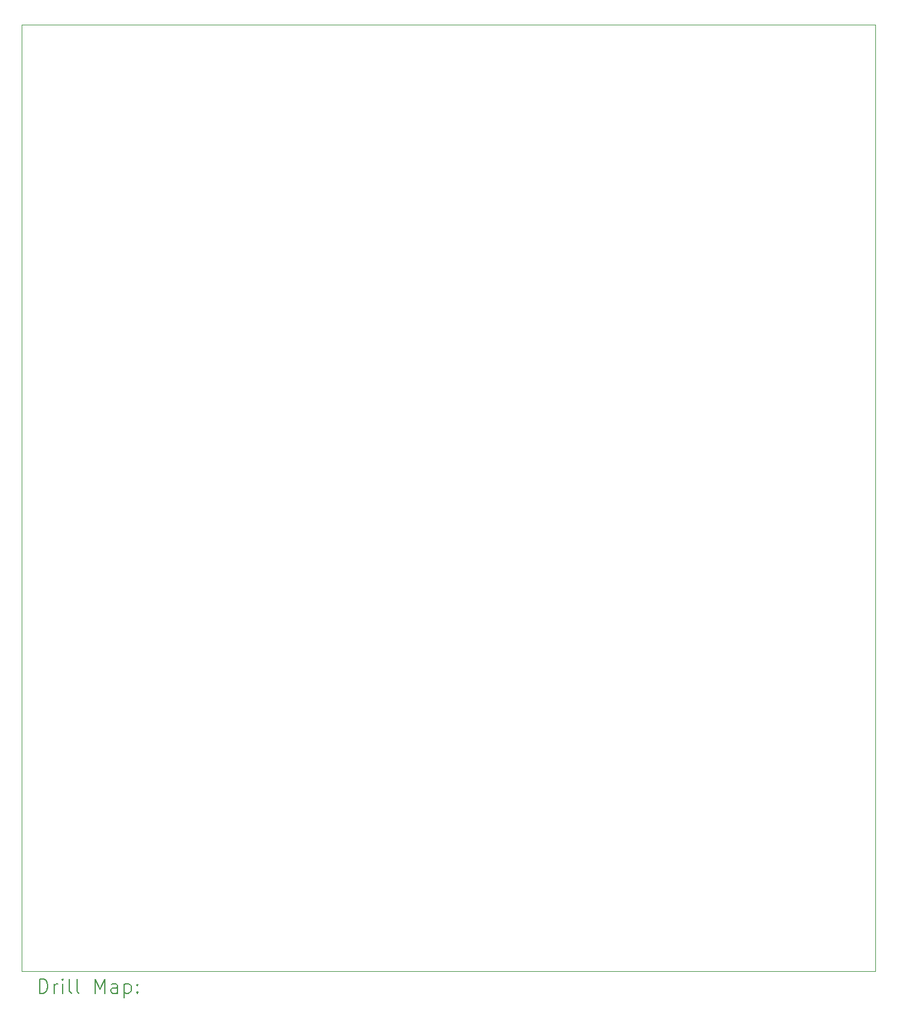
<source format=gbr>
%FSLAX45Y45*%
G04 Gerber Fmt 4.5, Leading zero omitted, Abs format (unit mm)*
G04 Created by KiCad (PCBNEW (6.0.1)) date 2022-02-10 17:32:25*
%MOMM*%
%LPD*%
G01*
G04 APERTURE LIST*
%TA.AperFunction,Profile*%
%ADD10C,0.050000*%
%TD*%
%ADD11C,0.200000*%
G04 APERTURE END LIST*
D10*
X8510000Y-2620000D02*
X8510000Y-15920000D01*
X8510000Y-2620000D02*
X20510000Y-2620000D01*
X20510000Y-2620000D02*
X20510000Y-15920000D01*
X20510000Y-15920000D02*
X8510000Y-15920000D01*
D11*
X8765119Y-16232976D02*
X8765119Y-16032976D01*
X8812738Y-16032976D01*
X8841310Y-16042500D01*
X8860357Y-16061548D01*
X8869881Y-16080595D01*
X8879405Y-16118690D01*
X8879405Y-16147262D01*
X8869881Y-16185357D01*
X8860357Y-16204405D01*
X8841310Y-16223452D01*
X8812738Y-16232976D01*
X8765119Y-16232976D01*
X8965119Y-16232976D02*
X8965119Y-16099643D01*
X8965119Y-16137738D02*
X8974643Y-16118690D01*
X8984167Y-16109167D01*
X9003214Y-16099643D01*
X9022262Y-16099643D01*
X9088929Y-16232976D02*
X9088929Y-16099643D01*
X9088929Y-16032976D02*
X9079405Y-16042500D01*
X9088929Y-16052024D01*
X9098452Y-16042500D01*
X9088929Y-16032976D01*
X9088929Y-16052024D01*
X9212738Y-16232976D02*
X9193690Y-16223452D01*
X9184167Y-16204405D01*
X9184167Y-16032976D01*
X9317500Y-16232976D02*
X9298452Y-16223452D01*
X9288929Y-16204405D01*
X9288929Y-16032976D01*
X9546071Y-16232976D02*
X9546071Y-16032976D01*
X9612738Y-16175833D01*
X9679405Y-16032976D01*
X9679405Y-16232976D01*
X9860357Y-16232976D02*
X9860357Y-16128214D01*
X9850833Y-16109167D01*
X9831786Y-16099643D01*
X9793690Y-16099643D01*
X9774643Y-16109167D01*
X9860357Y-16223452D02*
X9841310Y-16232976D01*
X9793690Y-16232976D01*
X9774643Y-16223452D01*
X9765119Y-16204405D01*
X9765119Y-16185357D01*
X9774643Y-16166309D01*
X9793690Y-16156786D01*
X9841310Y-16156786D01*
X9860357Y-16147262D01*
X9955595Y-16099643D02*
X9955595Y-16299643D01*
X9955595Y-16109167D02*
X9974643Y-16099643D01*
X10012738Y-16099643D01*
X10031786Y-16109167D01*
X10041310Y-16118690D01*
X10050833Y-16137738D01*
X10050833Y-16194881D01*
X10041310Y-16213928D01*
X10031786Y-16223452D01*
X10012738Y-16232976D01*
X9974643Y-16232976D01*
X9955595Y-16223452D01*
X10136548Y-16213928D02*
X10146071Y-16223452D01*
X10136548Y-16232976D01*
X10127024Y-16223452D01*
X10136548Y-16213928D01*
X10136548Y-16232976D01*
X10136548Y-16109167D02*
X10146071Y-16118690D01*
X10136548Y-16128214D01*
X10127024Y-16118690D01*
X10136548Y-16109167D01*
X10136548Y-16128214D01*
M02*

</source>
